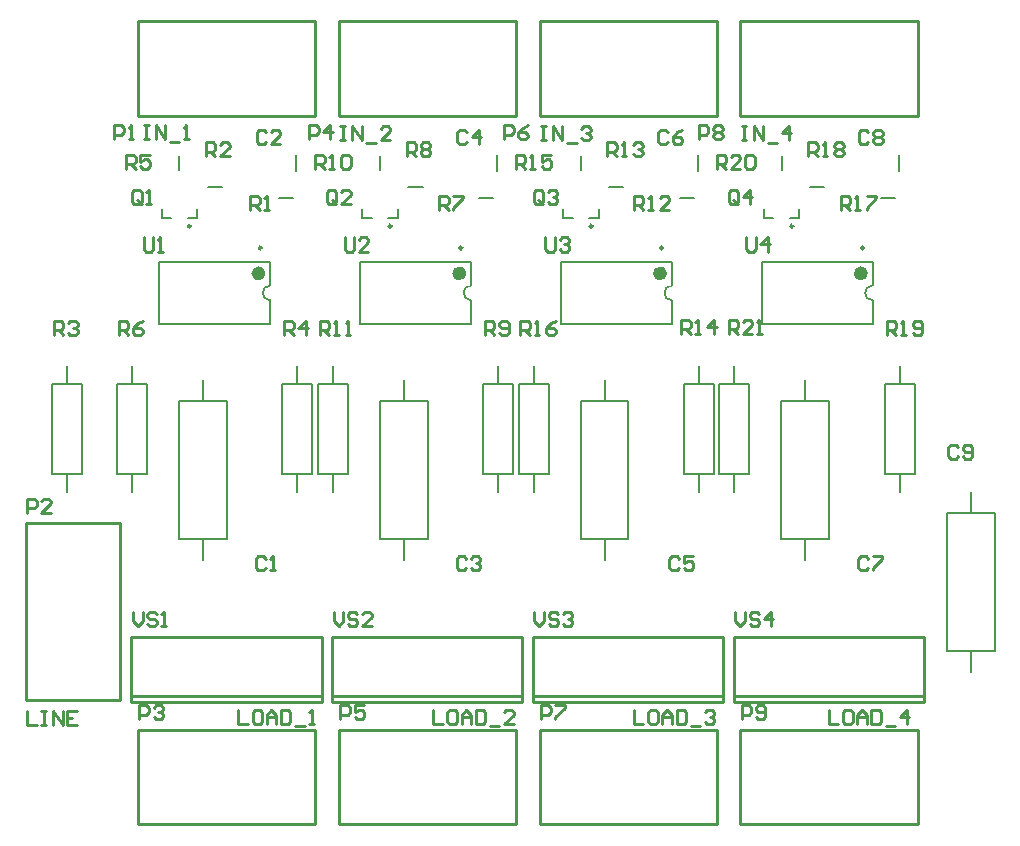
<source format=gto>
G04 Layer_Color=65535*
%FSAX42Y42*%
%MOMM*%
G71*
G01*
G75*
%ADD10C,0.25*%
%ADD11C,0.20*%
%ADD12C,0.60*%
%ADD13C,0.25*%
D10*
X010397Y015665D02*
G03*
X010397Y015665I-000012J000000D01*
G01*
X012097Y015665D02*
G03*
X012097Y015665I-000012J000000D01*
G01*
X013798Y015665D02*
G03*
X013798Y015665I-000012J000000D01*
G01*
X015498Y015665D02*
G03*
X015498Y015665I-000012J000000D01*
G01*
X010996Y015481D02*
G03*
X010996Y015481I-000012J000000D01*
G01*
X012696Y015481D02*
G03*
X012696Y015481I-000012J000000D01*
G01*
X014396Y015481D02*
G03*
X014396Y015481I-000012J000000D01*
G01*
X016096Y015481D02*
G03*
X016096Y015481I-000012J000000D01*
G01*
D11*
X011070Y015163D02*
G03*
X011070Y015037I000000J-000063D01*
G01*
X012770Y015163D02*
G03*
X012770Y015037I000000J-000063D01*
G01*
X014470Y015163D02*
G03*
X014470Y015037I000000J-000063D01*
G01*
X016170Y015163D02*
G03*
X016170Y015037I000000J-000063D01*
G01*
X011290Y016135D02*
X011290Y016265D01*
X012990Y016135D02*
X012990Y016265D01*
X014690Y016135D02*
X014690Y016265D01*
X016390Y016135D02*
X016390Y016265D01*
X010450Y015730D02*
X010450Y015810D01*
X010370Y015730D02*
X010450Y015730D01*
X010150Y015730D02*
X010150Y015810D01*
X010150Y015730D02*
X010230Y015730D01*
X012150Y015730D02*
X012150Y015810D01*
X012070Y015730D02*
X012150Y015730D01*
X011850Y015730D02*
X011850Y015810D01*
X011850Y015730D02*
X011930Y015730D01*
X013850Y015730D02*
X013850Y015810D01*
X013770Y015730D02*
X013850Y015730D01*
X013550Y015730D02*
X013550Y015810D01*
X013550Y015730D02*
X013630Y015730D01*
X015550Y015730D02*
X015550Y015810D01*
X015470Y015730D02*
X015550Y015730D01*
X015250Y015730D02*
X015250Y015810D01*
X015250Y015730D02*
X015330Y015730D01*
X011140Y015900D02*
X011260Y015900D01*
X010540Y016000D02*
X010660Y016000D01*
X009223Y013569D02*
X009223Y014331D01*
X009223Y013569D02*
X009477Y013569D01*
X009477Y014331D01*
X009223Y014331D02*
X009477Y014331D01*
X009350Y013417D02*
X009350Y013569D01*
X009350Y014331D02*
X009350Y014483D01*
X011173Y013569D02*
X011173Y014331D01*
X011173Y013569D02*
X011427Y013569D01*
X011427Y014331D01*
X011173Y014331D02*
X011427Y014331D01*
X011300Y013417D02*
X011300Y013569D01*
X011300Y014331D02*
X011300Y014483D01*
X010300Y016140D02*
X010300Y016260D01*
X009773Y013569D02*
X009773Y014331D01*
X009773Y013569D02*
X010027Y013569D01*
X010027Y014331D01*
X009773Y014331D02*
X010027Y014331D01*
X009900Y013417D02*
X009900Y013569D01*
X009900Y014331D02*
X009900Y014483D01*
X012840Y015900D02*
X012960Y015900D01*
X012240Y016000D02*
X012360Y016000D01*
X012873Y013569D02*
X012873Y014331D01*
X012873Y013569D02*
X013127Y013569D01*
X013127Y014331D01*
X012873Y014331D02*
X013127Y014331D01*
X013000Y013417D02*
X013000Y013569D01*
X013000Y014331D02*
X013000Y014483D01*
X012000Y016140D02*
X012000Y016260D01*
X011473Y013569D02*
X011473Y014331D01*
X011473Y013569D02*
X011727Y013569D01*
X011727Y014331D01*
X011473Y014331D02*
X011727Y014331D01*
X011600Y013417D02*
X011600Y013569D01*
X011600Y014331D02*
X011600Y014483D01*
X014540Y015900D02*
X014660Y015900D01*
X013940Y016000D02*
X014060Y016000D01*
X014573Y013569D02*
X014573Y014331D01*
X014573Y013569D02*
X014827Y013569D01*
X014827Y014331D01*
X014573Y014331D02*
X014827Y014331D01*
X014700Y013417D02*
X014700Y013569D01*
X014700Y014331D02*
X014700Y014483D01*
X013700Y016140D02*
X013700Y016260D01*
X013173Y013569D02*
X013173Y014331D01*
X013173Y013569D02*
X013427Y013569D01*
X013427Y014331D01*
X013173Y014331D02*
X013427Y014331D01*
X013300Y013417D02*
X013300Y013569D01*
X013300Y014331D02*
X013300Y014483D01*
X016240Y015900D02*
X016360Y015900D01*
X015640Y016000D02*
X015760Y016000D01*
X016273Y013569D02*
X016273Y014331D01*
X016273Y013569D02*
X016527Y013569D01*
X016527Y014331D01*
X016273Y014331D02*
X016527Y014331D01*
X016400Y013417D02*
X016400Y013569D01*
X016400Y014331D02*
X016400Y014483D01*
X015400Y016140D02*
X015400Y016260D01*
X014873Y013569D02*
X014873Y014331D01*
X014873Y013569D02*
X015127Y013569D01*
X015127Y014331D01*
X014873Y014331D02*
X015127Y014331D01*
X015000Y013417D02*
X015000Y013569D01*
X015000Y014331D02*
X015000Y014483D01*
X010130Y015365D02*
X011070Y015365D01*
X010130Y014835D02*
X011070Y014835D01*
X011070Y015163D02*
X011070Y015365D01*
X011070Y014835D02*
X011070Y015037D01*
X010130Y014835D02*
X010130Y015365D01*
X011830Y015365D02*
X012770Y015365D01*
X011830Y014835D02*
X012770Y014835D01*
X012770Y015163D02*
X012770Y015365D01*
X012770Y014835D02*
X012770Y015037D01*
X011830Y014835D02*
X011830Y015365D01*
X013530Y015365D02*
X014470Y015365D01*
X013530Y014835D02*
X014470Y014835D01*
X014470Y015163D02*
X014470Y015365D01*
X014470Y014835D02*
X014470Y015037D01*
X013530Y014835D02*
X013530Y015365D01*
X015230Y015365D02*
X016170Y015365D01*
X015230Y014835D02*
X016170Y014835D01*
X016170Y015163D02*
X016170Y015365D01*
X016170Y014835D02*
X016170Y015037D01*
X015230Y014835D02*
X015230Y015365D01*
X010297Y013016D02*
X010297Y014184D01*
X010703Y014184D01*
X010703Y013016D02*
X010703Y014184D01*
X010297Y013016D02*
X010703Y013016D01*
X010500Y012838D02*
X010500Y013016D01*
X010500Y014184D02*
X010500Y014362D01*
X011997Y013016D02*
X011997Y014184D01*
X012403Y014184D01*
X012403Y013016D02*
X012403Y014184D01*
X011997Y013016D02*
X012403Y013016D01*
X012200Y012838D02*
X012200Y013016D01*
X012200Y014184D02*
X012200Y014362D01*
X013697Y013016D02*
X013697Y014184D01*
X014103Y014184D01*
X014103Y013016D02*
X014103Y014184D01*
X013697Y013016D02*
X014103Y013016D01*
X013900Y012838D02*
X013900Y013016D01*
X013900Y014184D02*
X013900Y014362D01*
X015397Y013016D02*
X015397Y014184D01*
X015803Y014184D01*
X015803Y013016D02*
X015803Y014184D01*
X015397Y013016D02*
X015803Y013016D01*
X015600Y012838D02*
X015600Y013016D01*
X015600Y014184D02*
X015600Y014362D01*
X016797Y012066D02*
X016797Y013234D01*
X017203Y013234D01*
X017203Y012066D02*
X017203Y013234D01*
X016797Y012066D02*
X017203Y012066D01*
X017000Y011888D02*
X017000Y012066D01*
X017000Y013234D02*
X017000Y013412D01*
D12*
X011000Y015265D02*
G03*
X011000Y015265I-000030J000000D01*
G01*
X012700Y015265D02*
G03*
X012700Y015265I-000030J000000D01*
G01*
X014400Y015265D02*
G03*
X014400Y015265I-000030J000000D01*
G01*
X016100Y015265D02*
G03*
X016100Y015265I-000030J000000D01*
G01*
D13*
X013295Y011640D02*
X014905Y011640D01*
X013295Y011690D02*
X014905Y011690D01*
X014905Y011640D02*
X014905Y012190D01*
X013295Y011640D02*
X013295Y012190D01*
X014905Y012190D01*
X014995Y011640D02*
X016605Y011640D01*
X014995Y011690D02*
X016605Y011690D01*
X016605Y011640D02*
X016605Y012190D01*
X014995Y011640D02*
X014995Y012190D01*
X016605Y012190D01*
X009950Y016600D02*
X009950Y017400D01*
X011450Y017400D01*
X011450Y016600D02*
X011450Y017400D01*
X009950Y016600D02*
X011450Y016600D01*
X009000Y013150D02*
X009800Y013150D01*
X009800Y011650D02*
X009800Y013150D01*
X009000Y011650D02*
X009800Y011650D01*
X009000Y011650D02*
X009000Y013150D01*
X011450Y010600D02*
X011450Y011400D01*
X009950Y010600D02*
X011450Y010600D01*
X009950Y010600D02*
X009950Y011400D01*
X011450Y011400D01*
X011650Y016600D02*
X011650Y017400D01*
X013150Y017400D01*
X013150Y016600D02*
X013150Y017400D01*
X011650Y016600D02*
X013150Y016600D01*
X013150Y010600D02*
X013150Y011400D01*
X011650Y010600D02*
X013150Y010600D01*
X011650Y010600D02*
X011650Y011400D01*
X013150Y011400D01*
X013350Y016600D02*
X013350Y017400D01*
X014850Y017400D01*
X014850Y016600D02*
X014850Y017400D01*
X013350Y016600D02*
X014850Y016600D01*
X014850Y010600D02*
X014850Y011400D01*
X013350Y010600D02*
X014850Y010600D01*
X013350Y010600D02*
X013350Y011400D01*
X014850Y011400D01*
X015050Y016600D02*
X015050Y017400D01*
X016550Y017400D01*
X016550Y016600D02*
X016550Y017400D01*
X015050Y016600D02*
X016550Y016600D01*
X016550Y010600D02*
X016550Y011400D01*
X015050Y010600D02*
X016550Y010600D01*
X015050Y010600D02*
X015050Y011400D01*
X016550Y011400D01*
X009895Y011640D02*
X011505Y011640D01*
X009895Y011690D02*
X011505Y011690D01*
X011505Y011640D02*
X011505Y012190D01*
X009895Y011640D02*
X009895Y012190D01*
X011505Y012190D01*
X011595Y011640D02*
X013205Y011640D01*
X011595Y011690D02*
X013205Y011690D01*
X013205Y011640D02*
X013205Y012190D01*
X011595Y011640D02*
X011595Y012190D01*
X013205Y012190D01*
X013307Y012398D02*
X013307Y012318D01*
X013347Y012278D01*
X013387Y012318D01*
X013387Y012398D01*
X013507Y012378D02*
X013487Y012398D01*
X013447Y012398D01*
X013427Y012378D01*
X013427Y012358D01*
X013447Y012338D01*
X013487Y012338D01*
X013507Y012318D01*
X013507Y012298D01*
X013487Y012278D01*
X013447Y012278D01*
X013427Y012298D01*
X013547Y012378D02*
X013567Y012398D01*
X013607Y012398D01*
X013627Y012378D01*
X013627Y012358D01*
X013607Y012338D01*
X013587Y012338D01*
X013607Y012338D01*
X013627Y012318D01*
X013627Y012298D01*
X013607Y012278D01*
X013567Y012278D01*
X013547Y012298D01*
X015009Y012398D02*
X015009Y012318D01*
X015049Y012278D01*
X015089Y012318D01*
X015089Y012398D01*
X015209Y012378D02*
X015189Y012398D01*
X015149Y012398D01*
X015129Y012378D01*
X015129Y012358D01*
X015149Y012338D01*
X015189Y012338D01*
X015209Y012318D01*
X015209Y012298D01*
X015189Y012278D01*
X015149Y012278D01*
X015129Y012298D01*
X015309Y012278D02*
X015309Y012398D01*
X015249Y012338D01*
X015329Y012338D01*
X011035Y016460D02*
X011015Y016480D01*
X010975Y016480D01*
X010955Y016460D01*
X010955Y016380D01*
X010975Y016360D01*
X011015Y016360D01*
X011035Y016380D01*
X011155Y016360D02*
X011075Y016360D01*
X011155Y016440D01*
X011155Y016460D01*
X011135Y016480D01*
X011095Y016480D01*
X011075Y016460D01*
X012734Y016460D02*
X012714Y016480D01*
X012674Y016480D01*
X012654Y016460D01*
X012654Y016380D01*
X012674Y016360D01*
X012714Y016360D01*
X012734Y016380D01*
X012834Y016360D02*
X012834Y016480D01*
X012774Y016420D01*
X012854Y016420D01*
X014436Y016460D02*
X014416Y016480D01*
X014376Y016480D01*
X014356Y016460D01*
X014356Y016380D01*
X014376Y016360D01*
X014416Y016360D01*
X014436Y016380D01*
X014556Y016480D02*
X014516Y016460D01*
X014476Y016420D01*
X014476Y016380D01*
X014496Y016360D01*
X014536Y016360D01*
X014556Y016380D01*
X014556Y016400D01*
X014536Y016420D01*
X014476Y016420D01*
X016135Y016460D02*
X016115Y016480D01*
X016075Y016480D01*
X016055Y016460D01*
X016055Y016380D01*
X016075Y016360D01*
X016115Y016360D01*
X016135Y016380D01*
X016175Y016460D02*
X016195Y016480D01*
X016235Y016480D01*
X016255Y016460D01*
X016255Y016440D01*
X016235Y016420D01*
X016255Y016400D01*
X016255Y016380D01*
X016235Y016360D01*
X016195Y016360D01*
X016175Y016380D01*
X016175Y016400D01*
X016195Y016420D01*
X016175Y016440D01*
X016175Y016460D01*
X016195Y016420D02*
X016235Y016420D01*
X010000Y016520D02*
X010040Y016520D01*
X010020Y016520D01*
X010020Y016400D01*
X010000Y016400D01*
X010040Y016400D01*
X010100Y016400D02*
X010100Y016520D01*
X010180Y016400D01*
X010180Y016520D01*
X010220Y016380D02*
X010300Y016380D01*
X010340Y016400D02*
X010380Y016400D01*
X010360Y016400D01*
X010360Y016520D01*
X010340Y016500D01*
X009750Y016400D02*
X009750Y016520D01*
X009810Y016520D01*
X009830Y016500D01*
X009830Y016460D01*
X009810Y016440D01*
X009750Y016440D01*
X009870Y016400D02*
X009910Y016400D01*
X009890Y016400D01*
X009890Y016520D01*
X009870Y016500D01*
X009012Y011560D02*
X009012Y011440D01*
X009092Y011440D01*
X009132Y011560D02*
X009172Y011560D01*
X009152Y011560D01*
X009152Y011440D01*
X009132Y011440D01*
X009172Y011440D01*
X009232Y011440D02*
X009232Y011560D01*
X009312Y011440D01*
X009312Y011560D01*
X009432Y011560D02*
X009352Y011560D01*
X009352Y011440D01*
X009432Y011440D01*
X009352Y011500D02*
X009392Y011500D01*
X009012Y013238D02*
X009012Y013358D01*
X009072Y013358D01*
X009092Y013338D01*
X009092Y013298D01*
X009072Y013278D01*
X009012Y013278D01*
X009212Y013238D02*
X009132Y013238D01*
X009212Y013318D01*
X009212Y013338D01*
X009192Y013358D01*
X009152Y013358D01*
X009132Y013338D01*
X010800Y011570D02*
X010800Y011450D01*
X010880Y011450D01*
X010980Y011570D02*
X010940Y011570D01*
X010920Y011550D01*
X010920Y011470D01*
X010940Y011450D01*
X010980Y011450D01*
X011000Y011470D01*
X011000Y011550D01*
X010980Y011570D01*
X011040Y011450D02*
X011040Y011530D01*
X011080Y011570D01*
X011120Y011530D01*
X011120Y011450D01*
X011120Y011510D01*
X011040Y011510D01*
X011160Y011570D02*
X011160Y011450D01*
X011220Y011450D01*
X011240Y011470D01*
X011240Y011550D01*
X011220Y011570D01*
X011160Y011570D01*
X011280Y011430D02*
X011360Y011430D01*
X011400Y011450D02*
X011440Y011450D01*
X011420Y011450D01*
X011420Y011570D01*
X011400Y011550D01*
X009962Y011488D02*
X009962Y011608D01*
X010022Y011608D01*
X010042Y011588D01*
X010042Y011548D01*
X010022Y011528D01*
X009962Y011528D01*
X010082Y011588D02*
X010102Y011608D01*
X010142Y011608D01*
X010162Y011588D01*
X010162Y011568D01*
X010142Y011548D01*
X010122Y011548D01*
X010142Y011548D01*
X010162Y011528D01*
X010162Y011508D01*
X010142Y011488D01*
X010102Y011488D01*
X010082Y011508D01*
X011664Y016511D02*
X011704Y016511D01*
X011684Y016511D01*
X011684Y016391D01*
X011664Y016391D01*
X011704Y016391D01*
X011764Y016391D02*
X011764Y016511D01*
X011844Y016391D01*
X011844Y016511D01*
X011884Y016371D02*
X011964Y016371D01*
X012084Y016391D02*
X012004Y016391D01*
X012084Y016471D01*
X012084Y016491D01*
X012064Y016511D01*
X012024Y016511D01*
X012004Y016491D01*
X011400Y016400D02*
X011400Y016520D01*
X011460Y016520D01*
X011480Y016500D01*
X011480Y016460D01*
X011460Y016440D01*
X011400Y016440D01*
X011580Y016400D02*
X011580Y016520D01*
X011520Y016460D01*
X011600Y016460D01*
X012450Y011570D02*
X012450Y011450D01*
X012530Y011450D01*
X012630Y011570D02*
X012590Y011570D01*
X012570Y011550D01*
X012570Y011470D01*
X012590Y011450D01*
X012630Y011450D01*
X012650Y011470D01*
X012650Y011550D01*
X012630Y011570D01*
X012690Y011450D02*
X012690Y011530D01*
X012730Y011570D01*
X012770Y011530D01*
X012770Y011450D01*
X012770Y011510D01*
X012690Y011510D01*
X012810Y011570D02*
X012810Y011450D01*
X012870Y011450D01*
X012890Y011470D01*
X012890Y011550D01*
X012870Y011570D01*
X012810Y011570D01*
X012930Y011430D02*
X013010Y011430D01*
X013130Y011450D02*
X013050Y011450D01*
X013130Y011530D01*
X013130Y011550D01*
X013110Y011570D01*
X013070Y011570D01*
X013050Y011550D01*
X011664Y011488D02*
X011664Y011608D01*
X011724Y011608D01*
X011744Y011588D01*
X011744Y011548D01*
X011724Y011528D01*
X011664Y011528D01*
X011864Y011608D02*
X011784Y011608D01*
X011784Y011548D01*
X011824Y011568D01*
X011844Y011568D01*
X011864Y011548D01*
X011864Y011508D01*
X011844Y011488D01*
X011804Y011488D01*
X011784Y011508D01*
X013363Y016511D02*
X013403Y016511D01*
X013383Y016511D01*
X013383Y016391D01*
X013363Y016391D01*
X013403Y016391D01*
X013463Y016391D02*
X013463Y016511D01*
X013543Y016391D01*
X013543Y016511D01*
X013583Y016371D02*
X013663Y016371D01*
X013703Y016491D02*
X013723Y016511D01*
X013763Y016511D01*
X013783Y016491D01*
X013783Y016471D01*
X013763Y016451D01*
X013743Y016451D01*
X013763Y016451D01*
X013783Y016431D01*
X013783Y016411D01*
X013763Y016391D01*
X013723Y016391D01*
X013703Y016411D01*
X013050Y016400D02*
X013050Y016520D01*
X013110Y016520D01*
X013130Y016500D01*
X013130Y016460D01*
X013110Y016440D01*
X013050Y016440D01*
X013250Y016520D02*
X013210Y016500D01*
X013170Y016460D01*
X013170Y016420D01*
X013190Y016400D01*
X013230Y016400D01*
X013250Y016420D01*
X013250Y016440D01*
X013230Y016460D01*
X013170Y016460D01*
X014150Y011570D02*
X014150Y011450D01*
X014230Y011450D01*
X014330Y011570D02*
X014290Y011570D01*
X014270Y011550D01*
X014270Y011470D01*
X014290Y011450D01*
X014330Y011450D01*
X014350Y011470D01*
X014350Y011550D01*
X014330Y011570D01*
X014390Y011450D02*
X014390Y011530D01*
X014430Y011570D01*
X014470Y011530D01*
X014470Y011450D01*
X014470Y011510D01*
X014390Y011510D01*
X014510Y011570D02*
X014510Y011450D01*
X014570Y011450D01*
X014590Y011470D01*
X014590Y011550D01*
X014570Y011570D01*
X014510Y011570D01*
X014630Y011430D02*
X014710Y011430D01*
X014750Y011550D02*
X014770Y011570D01*
X014810Y011570D01*
X014830Y011550D01*
X014830Y011530D01*
X014810Y011510D01*
X014790Y011510D01*
X014810Y011510D01*
X014830Y011490D01*
X014830Y011470D01*
X014810Y011450D01*
X014770Y011450D01*
X014750Y011470D01*
X013363Y011488D02*
X013363Y011608D01*
X013423Y011608D01*
X013443Y011588D01*
X013443Y011548D01*
X013423Y011528D01*
X013363Y011528D01*
X013483Y011608D02*
X013563Y011608D01*
X013563Y011588D01*
X013483Y011508D01*
X013483Y011488D01*
X015062Y016511D02*
X015102Y016511D01*
X015082Y016511D01*
X015082Y016391D01*
X015062Y016391D01*
X015102Y016391D01*
X015162Y016391D02*
X015162Y016511D01*
X015242Y016391D01*
X015242Y016511D01*
X015282Y016371D02*
X015362Y016371D01*
X015462Y016391D02*
X015462Y016511D01*
X015402Y016451D01*
X015482Y016451D01*
X014700Y016400D02*
X014700Y016520D01*
X014760Y016520D01*
X014780Y016500D01*
X014780Y016460D01*
X014760Y016440D01*
X014700Y016440D01*
X014820Y016500D02*
X014840Y016520D01*
X014880Y016520D01*
X014900Y016500D01*
X014900Y016480D01*
X014880Y016460D01*
X014900Y016440D01*
X014900Y016420D01*
X014880Y016400D01*
X014840Y016400D01*
X014820Y016420D01*
X014820Y016440D01*
X014840Y016460D01*
X014820Y016480D01*
X014820Y016500D01*
X014840Y016460D02*
X014880Y016460D01*
X015800Y011570D02*
X015800Y011450D01*
X015880Y011450D01*
X015980Y011570D02*
X015940Y011570D01*
X015920Y011550D01*
X015920Y011470D01*
X015940Y011450D01*
X015980Y011450D01*
X016000Y011470D01*
X016000Y011550D01*
X015980Y011570D01*
X016040Y011450D02*
X016040Y011530D01*
X016080Y011570D01*
X016120Y011530D01*
X016120Y011450D01*
X016120Y011510D01*
X016040Y011510D01*
X016160Y011570D02*
X016160Y011450D01*
X016220Y011450D01*
X016240Y011470D01*
X016240Y011550D01*
X016220Y011570D01*
X016160Y011570D01*
X016280Y011430D02*
X016360Y011430D01*
X016460Y011450D02*
X016460Y011570D01*
X016400Y011510D01*
X016480Y011510D01*
X015062Y011488D02*
X015062Y011608D01*
X015122Y011608D01*
X015142Y011588D01*
X015142Y011548D01*
X015122Y011528D01*
X015062Y011528D01*
X015182Y011508D02*
X015202Y011488D01*
X015242Y011488D01*
X015262Y011508D01*
X015262Y011588D01*
X015242Y011608D01*
X015202Y011608D01*
X015182Y011588D01*
X015182Y011568D01*
X015202Y011548D01*
X015262Y011548D01*
X009980Y015870D02*
X009980Y015950D01*
X009960Y015970D01*
X009920Y015970D01*
X009900Y015950D01*
X009900Y015870D01*
X009920Y015850D01*
X009960Y015850D01*
X009940Y015890D02*
X009980Y015850D01*
X009960Y015850D02*
X009980Y015870D01*
X010020Y015850D02*
X010060Y015850D01*
X010040Y015850D01*
X010040Y015970D01*
X010020Y015950D01*
X011630Y015870D02*
X011630Y015950D01*
X011610Y015970D01*
X011570Y015970D01*
X011550Y015950D01*
X011550Y015870D01*
X011570Y015850D01*
X011610Y015850D01*
X011590Y015890D02*
X011630Y015850D01*
X011610Y015850D02*
X011630Y015870D01*
X011750Y015850D02*
X011670Y015850D01*
X011750Y015930D01*
X011750Y015950D01*
X011730Y015970D01*
X011690Y015970D01*
X011670Y015950D01*
X013380Y015870D02*
X013380Y015950D01*
X013360Y015970D01*
X013320Y015970D01*
X013300Y015950D01*
X013300Y015870D01*
X013320Y015850D01*
X013360Y015850D01*
X013340Y015890D02*
X013380Y015850D01*
X013360Y015850D02*
X013380Y015870D01*
X013420Y015950D02*
X013440Y015970D01*
X013480Y015970D01*
X013500Y015950D01*
X013500Y015930D01*
X013480Y015910D01*
X013460Y015910D01*
X013480Y015910D01*
X013500Y015890D01*
X013500Y015870D01*
X013480Y015850D01*
X013440Y015850D01*
X013420Y015870D01*
X015030Y015870D02*
X015030Y015950D01*
X015010Y015970D01*
X014970Y015970D01*
X014950Y015950D01*
X014950Y015870D01*
X014970Y015850D01*
X015010Y015850D01*
X014990Y015890D02*
X015030Y015850D01*
X015010Y015850D02*
X015030Y015870D01*
X015130Y015850D02*
X015130Y015970D01*
X015070Y015910D01*
X015150Y015910D01*
X010900Y015800D02*
X010900Y015920D01*
X010960Y015920D01*
X010980Y015900D01*
X010980Y015860D01*
X010960Y015840D01*
X010900Y015840D01*
X010940Y015840D02*
X010980Y015800D01*
X011020Y015800D02*
X011060Y015800D01*
X011040Y015800D01*
X011040Y015920D01*
X011020Y015900D01*
X010526Y016256D02*
X010526Y016376D01*
X010586Y016376D01*
X010606Y016356D01*
X010606Y016316D01*
X010586Y016296D01*
X010526Y016296D01*
X010566Y016296D02*
X010606Y016256D01*
X010726Y016256D02*
X010646Y016256D01*
X010726Y016336D01*
X010726Y016356D01*
X010706Y016376D01*
X010666Y016376D01*
X010646Y016356D01*
X009238Y014742D02*
X009238Y014862D01*
X009298Y014862D01*
X009318Y014842D01*
X009318Y014802D01*
X009298Y014782D01*
X009238Y014782D01*
X009278Y014782D02*
X009318Y014742D01*
X009358Y014842D02*
X009378Y014862D01*
X009418Y014862D01*
X009438Y014842D01*
X009438Y014822D01*
X009418Y014802D01*
X009398Y014802D01*
X009418Y014802D01*
X009438Y014782D01*
X009438Y014762D01*
X009418Y014742D01*
X009378Y014742D01*
X009358Y014762D01*
X011189Y014742D02*
X011189Y014862D01*
X011249Y014862D01*
X011269Y014842D01*
X011269Y014802D01*
X011249Y014782D01*
X011189Y014782D01*
X011229Y014782D02*
X011269Y014742D01*
X011369Y014742D02*
X011369Y014862D01*
X011309Y014802D01*
X011389Y014802D01*
X009850Y016150D02*
X009850Y016270D01*
X009910Y016270D01*
X009930Y016250D01*
X009930Y016210D01*
X009910Y016190D01*
X009850Y016190D01*
X009890Y016190D02*
X009930Y016150D01*
X010050Y016270D02*
X009970Y016270D01*
X009970Y016210D01*
X010010Y016230D01*
X010030Y016230D01*
X010050Y016210D01*
X010050Y016170D01*
X010030Y016150D01*
X009990Y016150D01*
X009970Y016170D01*
X009789Y014742D02*
X009789Y014862D01*
X009849Y014862D01*
X009869Y014842D01*
X009869Y014802D01*
X009849Y014782D01*
X009789Y014782D01*
X009829Y014782D02*
X009869Y014742D01*
X009989Y014862D02*
X009949Y014842D01*
X009909Y014802D01*
X009909Y014762D01*
X009929Y014742D01*
X009969Y014742D01*
X009989Y014762D01*
X009989Y014782D01*
X009969Y014802D01*
X009909Y014802D01*
X012500Y015800D02*
X012500Y015920D01*
X012560Y015920D01*
X012580Y015900D01*
X012580Y015860D01*
X012560Y015840D01*
X012500Y015840D01*
X012540Y015840D02*
X012580Y015800D01*
X012620Y015920D02*
X012700Y015920D01*
X012700Y015900D01*
X012620Y015820D01*
X012620Y015800D01*
X012225Y016256D02*
X012225Y016376D01*
X012285Y016376D01*
X012305Y016356D01*
X012305Y016316D01*
X012285Y016296D01*
X012225Y016296D01*
X012265Y016296D02*
X012305Y016256D01*
X012345Y016356D02*
X012365Y016376D01*
X012405Y016376D01*
X012425Y016356D01*
X012425Y016336D01*
X012405Y016316D01*
X012425Y016296D01*
X012425Y016276D01*
X012405Y016256D01*
X012365Y016256D01*
X012345Y016276D01*
X012345Y016296D01*
X012365Y016316D01*
X012345Y016336D01*
X012345Y016356D01*
X012365Y016316D02*
X012405Y016316D01*
X012888Y014742D02*
X012888Y014862D01*
X012948Y014862D01*
X012968Y014842D01*
X012968Y014802D01*
X012948Y014782D01*
X012888Y014782D01*
X012928Y014782D02*
X012968Y014742D01*
X013008Y014762D02*
X013028Y014742D01*
X013068Y014742D01*
X013088Y014762D01*
X013088Y014842D01*
X013068Y014862D01*
X013028Y014862D01*
X013008Y014842D01*
X013008Y014822D01*
X013028Y014802D01*
X013088Y014802D01*
X011450Y016150D02*
X011450Y016270D01*
X011510Y016270D01*
X011530Y016250D01*
X011530Y016210D01*
X011510Y016190D01*
X011450Y016190D01*
X011490Y016190D02*
X011530Y016150D01*
X011570Y016150D02*
X011610Y016150D01*
X011590Y016150D01*
X011590Y016270D01*
X011570Y016250D01*
X011670Y016250D02*
X011690Y016270D01*
X011730Y016270D01*
X011750Y016250D01*
X011750Y016170D01*
X011730Y016150D01*
X011690Y016150D01*
X011670Y016170D01*
X011670Y016250D01*
X011488Y014742D02*
X011488Y014862D01*
X011548Y014862D01*
X011568Y014842D01*
X011568Y014802D01*
X011548Y014782D01*
X011488Y014782D01*
X011528Y014782D02*
X011568Y014742D01*
X011608Y014742D02*
X011648Y014742D01*
X011628Y014742D01*
X011628Y014862D01*
X011608Y014842D01*
X011708Y014742D02*
X011748Y014742D01*
X011728Y014742D01*
X011728Y014862D01*
X011708Y014842D01*
X014150Y015800D02*
X014150Y015920D01*
X014210Y015920D01*
X014230Y015900D01*
X014230Y015860D01*
X014210Y015840D01*
X014150Y015840D01*
X014190Y015840D02*
X014230Y015800D01*
X014270Y015800D02*
X014310Y015800D01*
X014290Y015800D01*
X014290Y015920D01*
X014270Y015900D01*
X014450Y015800D02*
X014370Y015800D01*
X014450Y015880D01*
X014450Y015900D01*
X014430Y015920D01*
X014390Y015920D01*
X014370Y015900D01*
X013924Y016256D02*
X013924Y016376D01*
X013984Y016376D01*
X014004Y016356D01*
X014004Y016316D01*
X013984Y016296D01*
X013924Y016296D01*
X013964Y016296D02*
X014004Y016256D01*
X014044Y016256D02*
X014084Y016256D01*
X014064Y016256D01*
X014064Y016376D01*
X014044Y016356D01*
X014144Y016356D02*
X014164Y016376D01*
X014204Y016376D01*
X014224Y016356D01*
X014224Y016336D01*
X014204Y016316D01*
X014184Y016316D01*
X014204Y016316D01*
X014224Y016296D01*
X014224Y016276D01*
X014204Y016256D01*
X014164Y016256D01*
X014144Y016276D01*
X014550Y014750D02*
X014550Y014870D01*
X014610Y014870D01*
X014630Y014850D01*
X014630Y014810D01*
X014610Y014790D01*
X014550Y014790D01*
X014590Y014790D02*
X014630Y014750D01*
X014670Y014750D02*
X014710Y014750D01*
X014690Y014750D01*
X014690Y014870D01*
X014670Y014850D01*
X014830Y014750D02*
X014830Y014870D01*
X014770Y014810D01*
X014850Y014810D01*
X013150Y016150D02*
X013150Y016270D01*
X013210Y016270D01*
X013230Y016250D01*
X013230Y016210D01*
X013210Y016190D01*
X013150Y016190D01*
X013190Y016190D02*
X013230Y016150D01*
X013270Y016150D02*
X013310Y016150D01*
X013290Y016150D01*
X013290Y016270D01*
X013270Y016250D01*
X013450Y016270D02*
X013370Y016270D01*
X013370Y016210D01*
X013410Y016230D01*
X013430Y016230D01*
X013450Y016210D01*
X013450Y016170D01*
X013430Y016150D01*
X013390Y016150D01*
X013370Y016170D01*
X013188Y014742D02*
X013188Y014862D01*
X013248Y014862D01*
X013268Y014842D01*
X013268Y014802D01*
X013248Y014782D01*
X013188Y014782D01*
X013228Y014782D02*
X013268Y014742D01*
X013308Y014742D02*
X013348Y014742D01*
X013328Y014742D01*
X013328Y014862D01*
X013308Y014842D01*
X013488Y014862D02*
X013448Y014842D01*
X013408Y014802D01*
X013408Y014762D01*
X013428Y014742D01*
X013468Y014742D01*
X013488Y014762D01*
X013488Y014782D01*
X013468Y014802D01*
X013408Y014802D01*
X015900Y015800D02*
X015900Y015920D01*
X015960Y015920D01*
X015980Y015900D01*
X015980Y015860D01*
X015960Y015840D01*
X015900Y015840D01*
X015940Y015840D02*
X015980Y015800D01*
X016020Y015800D02*
X016060Y015800D01*
X016040Y015800D01*
X016040Y015920D01*
X016020Y015900D01*
X016120Y015920D02*
X016200Y015920D01*
X016200Y015900D01*
X016120Y015820D01*
X016120Y015800D01*
X015626Y016256D02*
X015626Y016376D01*
X015686Y016376D01*
X015706Y016356D01*
X015706Y016316D01*
X015686Y016296D01*
X015626Y016296D01*
X015666Y016296D02*
X015706Y016256D01*
X015746Y016256D02*
X015786Y016256D01*
X015766Y016256D01*
X015766Y016376D01*
X015746Y016356D01*
X015846Y016356D02*
X015866Y016376D01*
X015906Y016376D01*
X015926Y016356D01*
X015926Y016336D01*
X015906Y016316D01*
X015926Y016296D01*
X015926Y016276D01*
X015906Y016256D01*
X015866Y016256D01*
X015846Y016276D01*
X015846Y016296D01*
X015866Y016316D01*
X015846Y016336D01*
X015846Y016356D01*
X015866Y016316D02*
X015906Y016316D01*
X016289Y014742D02*
X016289Y014862D01*
X016349Y014862D01*
X016369Y014842D01*
X016369Y014802D01*
X016349Y014782D01*
X016289Y014782D01*
X016329Y014782D02*
X016369Y014742D01*
X016409Y014742D02*
X016449Y014742D01*
X016429Y014742D01*
X016429Y014862D01*
X016409Y014842D01*
X016509Y014762D02*
X016529Y014742D01*
X016569Y014742D01*
X016589Y014762D01*
X016589Y014842D01*
X016569Y014862D01*
X016529Y014862D01*
X016509Y014842D01*
X016509Y014822D01*
X016529Y014802D01*
X016589Y014802D01*
X014850Y016150D02*
X014850Y016270D01*
X014910Y016270D01*
X014930Y016250D01*
X014930Y016210D01*
X014910Y016190D01*
X014850Y016190D01*
X014890Y016190D02*
X014930Y016150D01*
X015050Y016150D02*
X014970Y016150D01*
X015050Y016230D01*
X015050Y016250D01*
X015030Y016270D01*
X014990Y016270D01*
X014970Y016250D01*
X015090Y016250D02*
X015110Y016270D01*
X015150Y016270D01*
X015170Y016250D01*
X015170Y016170D01*
X015150Y016150D01*
X015110Y016150D01*
X015090Y016170D01*
X015090Y016250D01*
X014950Y014750D02*
X014950Y014870D01*
X015010Y014870D01*
X015030Y014850D01*
X015030Y014810D01*
X015010Y014790D01*
X014950Y014790D01*
X014990Y014790D02*
X015030Y014750D01*
X015150Y014750D02*
X015070Y014750D01*
X015150Y014830D01*
X015150Y014850D01*
X015130Y014870D01*
X015090Y014870D01*
X015070Y014850D01*
X015190Y014750D02*
X015230Y014750D01*
X015210Y014750D01*
X015210Y014870D01*
X015190Y014850D01*
X010000Y015570D02*
X010000Y015470D01*
X010020Y015450D01*
X010060Y015450D01*
X010080Y015470D01*
X010080Y015570D01*
X010120Y015450D02*
X010160Y015450D01*
X010140Y015450D01*
X010140Y015570D01*
X010120Y015550D01*
X011700Y015570D02*
X011700Y015470D01*
X011720Y015450D01*
X011760Y015450D01*
X011780Y015470D01*
X011780Y015570D01*
X011900Y015450D02*
X011820Y015450D01*
X011900Y015530D01*
X011900Y015550D01*
X011880Y015570D01*
X011840Y015570D01*
X011820Y015550D01*
X013400Y015570D02*
X013400Y015470D01*
X013420Y015450D01*
X013460Y015450D01*
X013480Y015470D01*
X013480Y015570D01*
X013520Y015550D02*
X013540Y015570D01*
X013580Y015570D01*
X013600Y015550D01*
X013600Y015530D01*
X013580Y015510D01*
X013560Y015510D01*
X013580Y015510D01*
X013600Y015490D01*
X013600Y015470D01*
X013580Y015450D01*
X013540Y015450D01*
X013520Y015470D01*
X015100Y015570D02*
X015100Y015470D01*
X015120Y015450D01*
X015160Y015450D01*
X015180Y015470D01*
X015180Y015570D01*
X015280Y015450D02*
X015280Y015570D01*
X015220Y015510D01*
X015300Y015510D01*
X009909Y012398D02*
X009909Y012318D01*
X009949Y012278D01*
X009989Y012318D01*
X009989Y012398D01*
X010108Y012378D02*
X010088Y012398D01*
X010048Y012398D01*
X010029Y012378D01*
X010029Y012358D01*
X010048Y012338D01*
X010088Y012338D01*
X010108Y012318D01*
X010108Y012298D01*
X010088Y012278D01*
X010048Y012278D01*
X010029Y012298D01*
X010148Y012278D02*
X010188Y012278D01*
X010168Y012278D01*
X010168Y012398D01*
X010148Y012378D01*
X011608Y012398D02*
X011608Y012318D01*
X011648Y012278D01*
X011688Y012318D01*
X011688Y012398D01*
X011808Y012378D02*
X011788Y012398D01*
X011748Y012398D01*
X011728Y012378D01*
X011728Y012358D01*
X011748Y012338D01*
X011788Y012338D01*
X011808Y012318D01*
X011808Y012298D01*
X011788Y012278D01*
X011748Y012278D01*
X011728Y012298D01*
X011928Y012278D02*
X011848Y012278D01*
X011928Y012358D01*
X011928Y012378D01*
X011908Y012398D01*
X011868Y012398D01*
X011848Y012378D01*
X011030Y012850D02*
X011010Y012870D01*
X010970Y012870D01*
X010950Y012850D01*
X010950Y012770D01*
X010970Y012750D01*
X011010Y012750D01*
X011030Y012770D01*
X011070Y012750D02*
X011110Y012750D01*
X011090Y012750D01*
X011090Y012870D01*
X011070Y012850D01*
X012730Y012850D02*
X012710Y012870D01*
X012670Y012870D01*
X012650Y012850D01*
X012650Y012770D01*
X012670Y012750D01*
X012710Y012750D01*
X012730Y012770D01*
X012770Y012850D02*
X012790Y012870D01*
X012830Y012870D01*
X012850Y012850D01*
X012850Y012830D01*
X012830Y012810D01*
X012810Y012810D01*
X012830Y012810D01*
X012850Y012790D01*
X012850Y012770D01*
X012830Y012750D01*
X012790Y012750D01*
X012770Y012770D01*
X014530Y012850D02*
X014510Y012870D01*
X014470Y012870D01*
X014450Y012850D01*
X014450Y012770D01*
X014470Y012750D01*
X014510Y012750D01*
X014530Y012770D01*
X014650Y012870D02*
X014570Y012870D01*
X014570Y012810D01*
X014610Y012830D01*
X014630Y012830D01*
X014650Y012810D01*
X014650Y012770D01*
X014630Y012750D01*
X014590Y012750D01*
X014570Y012770D01*
X016130Y012850D02*
X016110Y012870D01*
X016070Y012870D01*
X016050Y012850D01*
X016050Y012770D01*
X016070Y012750D01*
X016110Y012750D01*
X016130Y012770D01*
X016170Y012870D02*
X016250Y012870D01*
X016250Y012850D01*
X016170Y012770D01*
X016170Y012750D01*
X016892Y013796D02*
X016872Y013816D01*
X016832Y013816D01*
X016812Y013796D01*
X016812Y013716D01*
X016832Y013696D01*
X016872Y013696D01*
X016892Y013716D01*
X016932Y013716D02*
X016952Y013696D01*
X016992Y013696D01*
X017012Y013716D01*
X017012Y013796D01*
X016992Y013816D01*
X016952Y013816D01*
X016932Y013796D01*
X016932Y013776D01*
X016952Y013756D01*
X017012Y013756D01*
M02*

</source>
